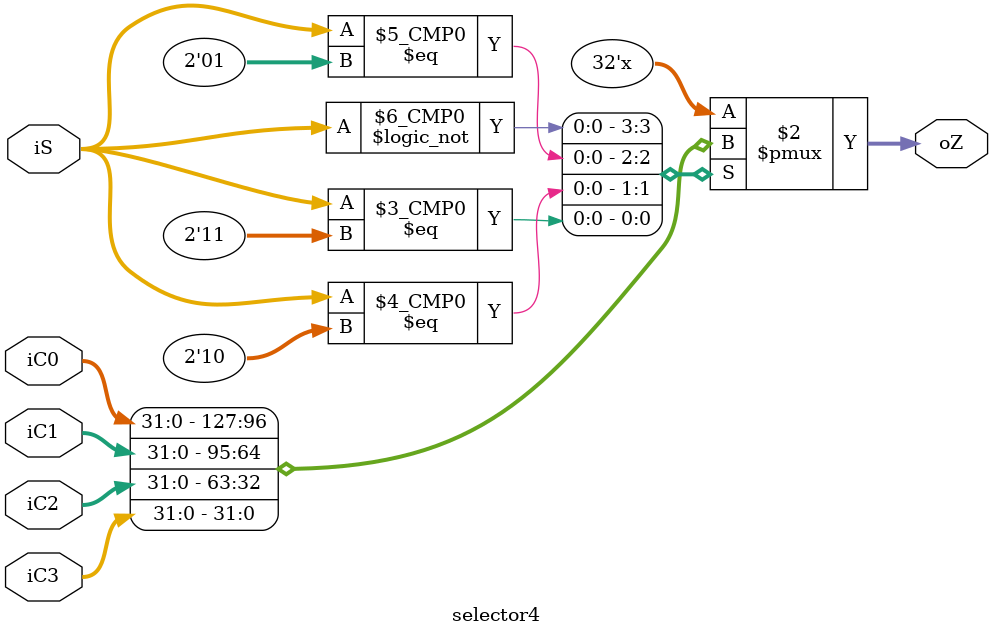
<source format=v>
`timescale 1ns / 1ps


module selector4(
input [31:0] iC0, 
input [31:0] iC1, 
input [31:0] iC2, 
input [31:0] iC3, 
input [1:0] iS,
output reg [31:0] oZ 
    );
always @(*)
begin
    case(iS)
        2'b00:oZ <= iC0;
        2'b01:oZ <= iC1;
        2'b10:oZ <= iC2;
        2'b11:oZ <= iC3;
        default: oZ <= oZ;
    endcase
end 
endmodule
</source>
